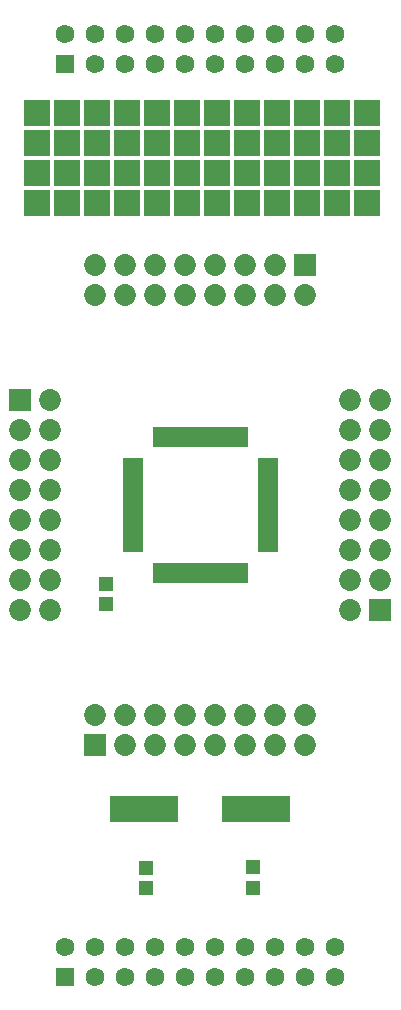
<source format=gbr>
%TF.GenerationSoftware,Altium Limited,Altium Designer,23.4.1 (23)*%
G04 Layer_Color=8388736*
%FSLAX45Y45*%
%MOMM*%
%TF.SameCoordinates,6CFBE55C-8612-4E24-A10C-01F6C23EBCE3*%
%TF.FilePolarity,Negative*%
%TF.FileFunction,Soldermask,Top*%
%TF.Part,Single*%
G01*
G75*
%TA.AperFunction,SMDPad,CuDef*%
%ADD26R,1.20320X1.30320*%
%ADD27R,1.67820X0.50320*%
%ADD28R,0.50320X1.67820*%
%ADD29R,5.80320X2.30320*%
%TA.AperFunction,ComponentPad*%
%ADD30C,1.85320*%
%ADD31R,1.85320X1.85320*%
%ADD32R,1.85320X1.85320*%
%TA.AperFunction,ViaPad*%
%ADD33R,2.20320X2.20320*%
%TA.AperFunction,ComponentPad*%
%ADD34R,1.59320X1.59320*%
%ADD35C,1.59320*%
D26*
X850900Y3831500D02*
D03*
Y3661500D02*
D03*
X2095500Y1431200D02*
D03*
Y1261200D02*
D03*
X1193800Y1427300D02*
D03*
Y1257300D02*
D03*
D27*
X1076200Y4125000D02*
D03*
Y4175000D02*
D03*
Y4225000D02*
D03*
Y4275000D02*
D03*
Y4325000D02*
D03*
Y4375000D02*
D03*
Y4425000D02*
D03*
Y4475000D02*
D03*
Y4525000D02*
D03*
Y4575000D02*
D03*
Y4625000D02*
D03*
Y4675000D02*
D03*
Y4725000D02*
D03*
Y4775000D02*
D03*
Y4825000D02*
D03*
Y4875000D02*
D03*
X2223800D02*
D03*
Y4825000D02*
D03*
Y4775000D02*
D03*
Y4725000D02*
D03*
Y4675000D02*
D03*
Y4625000D02*
D03*
Y4575000D02*
D03*
Y4525000D02*
D03*
Y4475000D02*
D03*
Y4425000D02*
D03*
Y4375000D02*
D03*
Y4325000D02*
D03*
Y4275000D02*
D03*
Y4225000D02*
D03*
Y4175000D02*
D03*
Y4125000D02*
D03*
D28*
X1275000Y5073800D02*
D03*
X1325000D02*
D03*
X1375000D02*
D03*
X1425000D02*
D03*
X1475000D02*
D03*
X1525000D02*
D03*
X1575000D02*
D03*
X1625000D02*
D03*
X1675000D02*
D03*
X1725000D02*
D03*
X1775000D02*
D03*
X1825000D02*
D03*
X1875000D02*
D03*
X1925000D02*
D03*
X1975000D02*
D03*
X2025000D02*
D03*
Y3926200D02*
D03*
X1975000D02*
D03*
X1925000D02*
D03*
X1875000D02*
D03*
X1825000D02*
D03*
X1775000D02*
D03*
X1725000D02*
D03*
X1675000D02*
D03*
X1625000D02*
D03*
X1575000D02*
D03*
X1525000D02*
D03*
X1475000D02*
D03*
X1425000D02*
D03*
X1375000D02*
D03*
X1325000D02*
D03*
X1275000D02*
D03*
D29*
X1175000Y1930400D02*
D03*
X2125000D02*
D03*
D30*
X2539000Y2722000D02*
D03*
Y2468000D02*
D03*
X2285000Y2722000D02*
D03*
Y2468000D02*
D03*
X2031000Y2722000D02*
D03*
Y2468000D02*
D03*
X1777000Y2722000D02*
D03*
Y2468000D02*
D03*
X1523000Y2722000D02*
D03*
Y2468000D02*
D03*
X1269000Y2722000D02*
D03*
Y2468000D02*
D03*
X1015000Y2722000D02*
D03*
Y2468000D02*
D03*
X761000Y2722000D02*
D03*
X2919000Y5389000D02*
D03*
X3173000D02*
D03*
X2919000Y5135000D02*
D03*
X3173000D02*
D03*
X2919000Y4881000D02*
D03*
X3173000D02*
D03*
X2919000Y4627000D02*
D03*
X3173000D02*
D03*
X2919000Y4373000D02*
D03*
X3173000D02*
D03*
X2919000Y4119000D02*
D03*
X3173000D02*
D03*
X2919000Y3865000D02*
D03*
X3173000D02*
D03*
X2919000Y3611000D02*
D03*
X761000Y6278000D02*
D03*
Y6532000D02*
D03*
X1015000Y6278000D02*
D03*
Y6532000D02*
D03*
X1269000Y6278000D02*
D03*
Y6532000D02*
D03*
X1523000Y6278000D02*
D03*
Y6532000D02*
D03*
X1777000Y6278000D02*
D03*
Y6532000D02*
D03*
X2031000Y6278000D02*
D03*
Y6532000D02*
D03*
X2285000Y6278000D02*
D03*
Y6532000D02*
D03*
X2539000Y6278000D02*
D03*
X381000Y5389000D02*
D03*
X127000Y5135000D02*
D03*
X381000D02*
D03*
X127000Y4881000D02*
D03*
X381000D02*
D03*
X127000Y4627000D02*
D03*
X381000D02*
D03*
X127000Y4373000D02*
D03*
X381000D02*
D03*
X127000Y4119000D02*
D03*
X381000D02*
D03*
X127000Y3865000D02*
D03*
X381000D02*
D03*
X127000Y3611000D02*
D03*
X381000D02*
D03*
D31*
X761000Y2468000D02*
D03*
X2539000Y6532000D02*
D03*
D32*
X3173000Y3611000D02*
D03*
X127000Y5389000D02*
D03*
D33*
X1028700Y7061200D02*
D03*
X1282700D02*
D03*
X266700Y7315200D02*
D03*
X1028700D02*
D03*
X520700D02*
D03*
X774700D02*
D03*
X520700Y7061200D02*
D03*
X774700D02*
D03*
X1282700Y7315200D02*
D03*
X2044700D02*
D03*
Y7061200D02*
D03*
X1790700D02*
D03*
Y7315200D02*
D03*
X1536700Y7061200D02*
D03*
Y7315200D02*
D03*
X266700Y7061200D02*
D03*
X3060700Y7315200D02*
D03*
X2806700Y7061200D02*
D03*
Y7315200D02*
D03*
X2298700D02*
D03*
Y7061200D02*
D03*
X2552700D02*
D03*
Y7315200D02*
D03*
X2298700Y7823200D02*
D03*
Y7569200D02*
D03*
X2552700D02*
D03*
Y7823200D02*
D03*
X3060700D02*
D03*
Y7569200D02*
D03*
X2806700D02*
D03*
Y7823200D02*
D03*
X1282700D02*
D03*
Y7569200D02*
D03*
X1536700D02*
D03*
Y7823200D02*
D03*
X2044700D02*
D03*
Y7569200D02*
D03*
X1790700D02*
D03*
Y7823200D02*
D03*
X774700D02*
D03*
Y7569200D02*
D03*
X1028700D02*
D03*
Y7823200D02*
D03*
X520700D02*
D03*
Y7569200D02*
D03*
X266700D02*
D03*
Y7823200D02*
D03*
X3060700Y7061200D02*
D03*
D34*
X508000Y508000D02*
D03*
Y8238000D02*
D03*
D35*
Y762000D02*
D03*
X762000Y508000D02*
D03*
Y762000D02*
D03*
X1016000Y508000D02*
D03*
Y762000D02*
D03*
X1270000Y508000D02*
D03*
Y762000D02*
D03*
X1524000Y508000D02*
D03*
Y762000D02*
D03*
X1778000Y508000D02*
D03*
Y762000D02*
D03*
X2032000Y508000D02*
D03*
Y762000D02*
D03*
X2286000Y508000D02*
D03*
Y762000D02*
D03*
X2540000Y508000D02*
D03*
Y762000D02*
D03*
X2794000Y508000D02*
D03*
Y762000D02*
D03*
X508000Y8492000D02*
D03*
X762000Y8238000D02*
D03*
Y8492000D02*
D03*
X1016000Y8238000D02*
D03*
Y8492000D02*
D03*
X1270000Y8238000D02*
D03*
Y8492000D02*
D03*
X1524000Y8238000D02*
D03*
Y8492000D02*
D03*
X1778000Y8238000D02*
D03*
Y8492000D02*
D03*
X2032000Y8238000D02*
D03*
Y8492000D02*
D03*
X2286000Y8238000D02*
D03*
Y8492000D02*
D03*
X2540000Y8238000D02*
D03*
Y8492000D02*
D03*
X2794000Y8238000D02*
D03*
Y8492000D02*
D03*
%TF.MD5,c9a496a68893501fd7f92c81afde5e96*%
M02*

</source>
